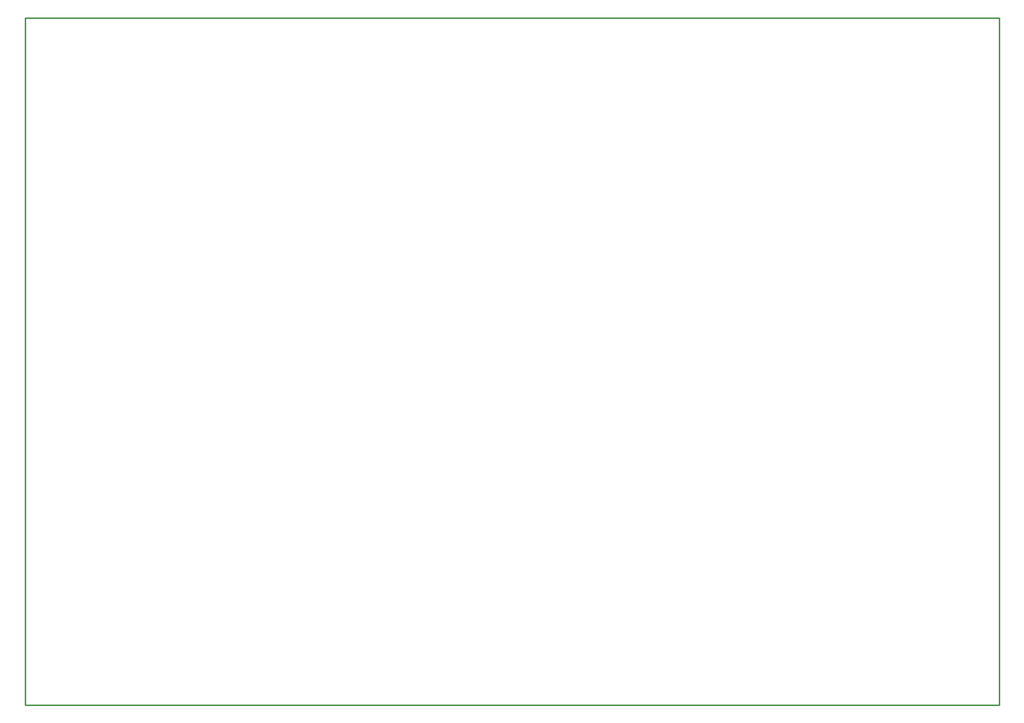
<source format=gko>
%FSLAX24Y24*%
%MOIN*%
G70*
G01*
G75*
G04 Layer_Color=16711935*
%ADD10R,0.0591X0.0276*%
%ADD11R,0.1102X0.0591*%
%ADD12R,0.0591X0.0394*%
%ADD13C,0.0100*%
%ADD14C,0.0433*%
%ADD15C,0.0630*%
%ADD16R,0.0580X0.0580*%
%ADD17C,0.0580*%
%ADD18C,0.0600*%
%ADD19R,0.0600X0.0600*%
%ADD20C,0.1102*%
%ADD21C,0.1299*%
%ADD22R,0.0600X0.0600*%
%ADD23C,0.0315*%
%ADD24C,0.1120*%
%ADD25R,0.0669X0.0354*%
%ADD26R,0.1181X0.0669*%
%ADD27R,0.0669X0.0472*%
%ADD28C,0.0512*%
%ADD29C,0.0709*%
%ADD30R,0.0659X0.0659*%
%ADD31C,0.0659*%
%ADD32C,0.0679*%
%ADD33R,0.0679X0.0679*%
%ADD34C,0.1181*%
%ADD35C,0.1378*%
%ADD36R,0.0679X0.0679*%
%ADD37C,0.1199*%
D13*
X0Y0D02*
X66929D01*
Y47244D01*
X0D02*
X66929D01*
X0Y0D02*
Y47244D01*
M02*

</source>
